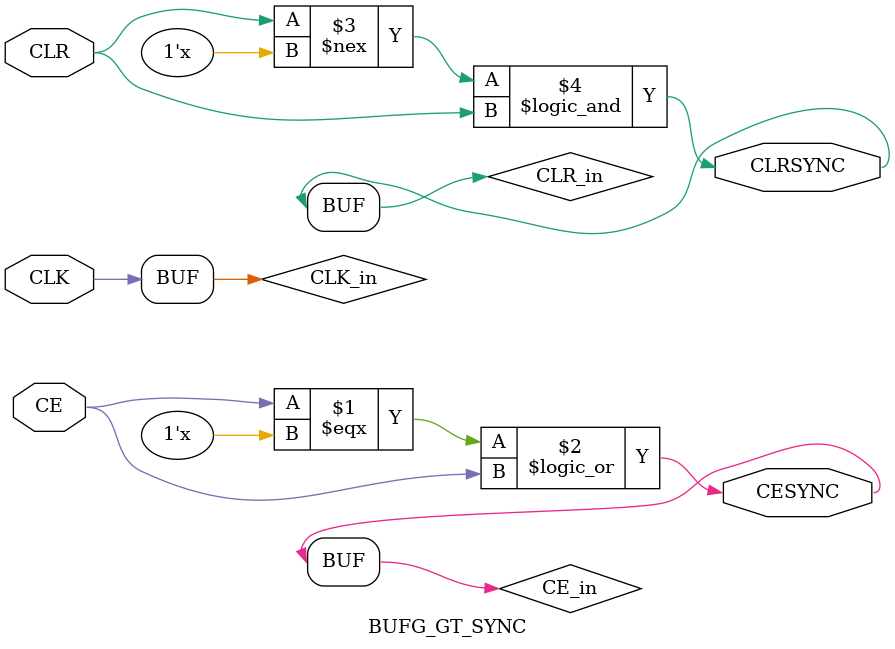
<source format=v>


`timescale 1 ps / 1 ps

`celldefine

module BUFG_GT_SYNC
`ifdef XIL_TIMING
#(
  parameter LOC = "UNPLACED"
)
`endif
(
  output CESYNC,
  output CLRSYNC,

  input CE,
  input CLK,
  input CLR
);
  
// define constants
  localparam MODULE_NAME = "BUFG_GT_SYNC";
  
  wire CE_in;
  wire CLK_in;
  wire CLR_in;

  assign CE_in = (CE === 1'bz) || CE; // rv 1
  assign CLK_in = CLK;
  assign CLR_in = (CLR !== 1'bz) && CLR; // rv 0

// begin behavioral model

  assign CESYNC = CE_in;
  assign CLRSYNC = CLR_in;

// end behavioral model

endmodule

`endcelldefine

</source>
